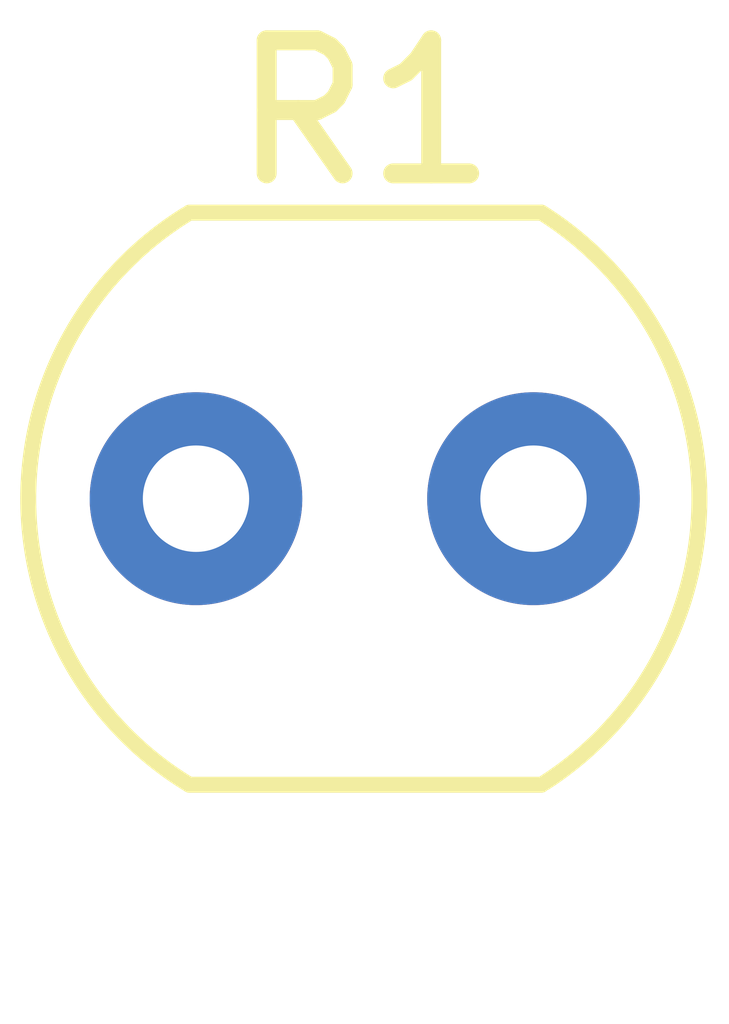
<source format=kicad_pcb>
(kicad_pcb (version 20240108) (generator "pcbnew") (generator_version "8.0")
  (layers (0 "F.Cu" signal) (31 "B.Cu" signal) (34 "B.Paste" user) (35 "F.Paste" user) (36 "B.SilkS" user "B.Silkscreen") (37 "F.SilkS" user "F.Silkscreen") (38 "B.Mask" user) (39 "F.Mask" user) (44 "Edge.Cuts" user))
  (net 0 "")
  (footprint "OptoDevice:R_LDR_4.9x4.2mm_P2.54mm_Vertical" (layer "F.Cu") (at 185.96 110.5)
    (property "Reference" "R1" (at 1.27 -2.9 0) (layer "F.SilkS"))
    (property "Value" "R")
    (fp_line (start -0.05 -2.15) (end 2.6 -2.15) (stroke (width 0.12)) (layer "F.SilkS"))
    (fp_line (start -0.05 2.15) (end 2.6 2.15) (stroke (width 0.12)) (layer "F.SilkS"))
    (fp_arc (start -0.05 2.15) (mid -1.262424 0.01494) (end -0.075476 -2.134388) (stroke (width 0.12)) (layer "F.SilkS"))
    (fp_arc (start 2.6 -2.15) (mid 3.788646 -0.016616) (end 2.628027 2.132145) (stroke (width 0.12)) (layer "F.SilkS"))
    (pad "1" thru_hole circle (at 0 0) (size 1.6 1.6) (drill 0.8) (layers "*.Cu" "*.Mask"))
    (pad "2" thru_hole circle (at 2.54 0) (size 1.6 1.6) (drill 0.8) (layers "*.Cu" "*.Mask"))
  )
)
</source>
